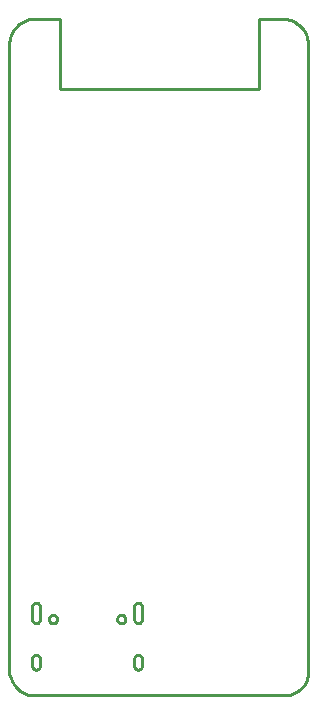
<source format=gbr>
G04 EAGLE Gerber RS-274X export*
G75*
%MOMM*%
%FSLAX34Y34*%
%LPD*%
%IN*%
%IPPOS*%
%AMOC8*
5,1,8,0,0,1.08239X$1,22.5*%
G01*
%ADD10C,0.254000*%


D10*
X-2000Y23000D02*
X-2013Y22851D01*
X-2091Y20925D01*
X-2000Y19000D01*
X-1742Y17090D01*
X-1318Y15210D01*
X-733Y13374D01*
X11Y11596D01*
X906Y9890D01*
X1947Y8268D01*
X3126Y6743D01*
X4433Y5327D01*
X5858Y4029D01*
X7391Y2861D01*
X9020Y1831D01*
X10732Y947D01*
X12515Y216D01*
X14355Y-357D01*
X16238Y-768D01*
X18149Y-1013D01*
X20075Y-1091D01*
X22000Y-1000D01*
X230000Y-1000D01*
X230753Y-1025D01*
X232503Y-974D01*
X234241Y-770D01*
X235955Y-416D01*
X237631Y86D01*
X239258Y733D01*
X240822Y1519D01*
X242311Y2438D01*
X243715Y3483D01*
X245022Y4647D01*
X246223Y5920D01*
X247308Y7293D01*
X248270Y8756D01*
X249100Y10296D01*
X249793Y11904D01*
X250343Y13565D01*
X250747Y15268D01*
X251000Y17000D01*
X251000Y547000D01*
X251007Y547060D01*
X251130Y549028D01*
X251082Y550998D01*
X250862Y552957D01*
X250472Y554889D01*
X249915Y556780D01*
X249196Y558615D01*
X248319Y560380D01*
X247292Y562063D01*
X246122Y563649D01*
X244818Y565127D01*
X243390Y566487D01*
X241850Y567716D01*
X240208Y568807D01*
X238477Y569750D01*
X236671Y570539D01*
X234803Y571167D01*
X232887Y571630D01*
X230938Y571925D01*
X228971Y572048D01*
X227000Y572000D01*
X209190Y572000D01*
X209190Y512000D01*
X40810Y512000D01*
X40810Y572000D01*
X22000Y572000D01*
X21026Y572046D01*
X19055Y572010D01*
X17095Y571802D01*
X15160Y571425D01*
X13266Y570880D01*
X11426Y570172D01*
X9655Y569307D01*
X7966Y568291D01*
X6373Y567131D01*
X4886Y565837D01*
X3518Y564418D01*
X2278Y562885D01*
X1177Y561250D01*
X223Y559525D01*
X-577Y557724D01*
X-1218Y555860D01*
X-1693Y553947D01*
X-2000Y552000D01*
X-2000Y23000D01*
X103950Y24000D02*
X103962Y23717D01*
X103999Y23436D01*
X104061Y23159D01*
X104146Y22888D01*
X104255Y22627D01*
X104385Y22375D01*
X104538Y22136D01*
X104710Y21911D01*
X104902Y21702D01*
X105111Y21510D01*
X105336Y21338D01*
X105575Y21185D01*
X105827Y21055D01*
X106088Y20946D01*
X106359Y20861D01*
X106636Y20799D01*
X106917Y20762D01*
X107200Y20750D01*
X107483Y20762D01*
X107764Y20799D01*
X108041Y20861D01*
X108312Y20946D01*
X108574Y21055D01*
X108825Y21185D01*
X109064Y21338D01*
X109289Y21510D01*
X109498Y21702D01*
X109690Y21911D01*
X109862Y22136D01*
X110015Y22375D01*
X110146Y22627D01*
X110254Y22888D01*
X110339Y23159D01*
X110401Y23436D01*
X110438Y23717D01*
X110450Y24000D01*
X110450Y30000D01*
X110438Y30283D01*
X110401Y30564D01*
X110339Y30841D01*
X110254Y31112D01*
X110146Y31374D01*
X110015Y31625D01*
X109862Y31864D01*
X109690Y32089D01*
X109498Y32298D01*
X109289Y32490D01*
X109064Y32662D01*
X108825Y32815D01*
X108574Y32946D01*
X108312Y33054D01*
X108041Y33139D01*
X107764Y33201D01*
X107483Y33238D01*
X107200Y33250D01*
X106917Y33238D01*
X106636Y33201D01*
X106359Y33139D01*
X106088Y33054D01*
X105827Y32946D01*
X105575Y32815D01*
X105336Y32662D01*
X105111Y32490D01*
X104902Y32298D01*
X104710Y32089D01*
X104538Y31864D01*
X104385Y31625D01*
X104255Y31374D01*
X104146Y31112D01*
X104061Y30841D01*
X103999Y30564D01*
X103962Y30283D01*
X103950Y30000D01*
X103950Y24000D01*
X17550Y24000D02*
X17562Y23717D01*
X17599Y23436D01*
X17661Y23159D01*
X17746Y22888D01*
X17855Y22627D01*
X17985Y22375D01*
X18138Y22136D01*
X18310Y21911D01*
X18502Y21702D01*
X18711Y21510D01*
X18936Y21338D01*
X19175Y21185D01*
X19427Y21055D01*
X19688Y20946D01*
X19959Y20861D01*
X20236Y20799D01*
X20517Y20762D01*
X20800Y20750D01*
X21083Y20762D01*
X21364Y20799D01*
X21641Y20861D01*
X21912Y20946D01*
X22174Y21055D01*
X22425Y21185D01*
X22664Y21338D01*
X22889Y21510D01*
X23098Y21702D01*
X23290Y21911D01*
X23462Y22136D01*
X23615Y22375D01*
X23746Y22627D01*
X23854Y22888D01*
X23939Y23159D01*
X24001Y23436D01*
X24038Y23717D01*
X24050Y24000D01*
X24050Y30000D01*
X24038Y30283D01*
X24001Y30564D01*
X23939Y30841D01*
X23854Y31112D01*
X23746Y31374D01*
X23615Y31625D01*
X23462Y31864D01*
X23290Y32089D01*
X23098Y32298D01*
X22889Y32490D01*
X22664Y32662D01*
X22425Y32815D01*
X22174Y32946D01*
X21912Y33054D01*
X21641Y33139D01*
X21364Y33201D01*
X21083Y33238D01*
X20800Y33250D01*
X20517Y33238D01*
X20236Y33201D01*
X19959Y33139D01*
X19688Y33054D01*
X19427Y32946D01*
X19175Y32815D01*
X18936Y32662D01*
X18711Y32490D01*
X18502Y32298D01*
X18310Y32089D01*
X18138Y31864D01*
X17985Y31625D01*
X17855Y31374D01*
X17746Y31112D01*
X17661Y30841D01*
X17599Y30564D01*
X17562Y30283D01*
X17550Y30000D01*
X17550Y24000D01*
X103950Y63300D02*
X103962Y63017D01*
X103999Y62736D01*
X104061Y62459D01*
X104146Y62188D01*
X104255Y61927D01*
X104385Y61675D01*
X104538Y61436D01*
X104710Y61211D01*
X104902Y61002D01*
X105111Y60810D01*
X105336Y60638D01*
X105575Y60485D01*
X105827Y60355D01*
X106088Y60246D01*
X106359Y60161D01*
X106636Y60099D01*
X106917Y60062D01*
X107200Y60050D01*
X107483Y60062D01*
X107764Y60099D01*
X108041Y60161D01*
X108312Y60246D01*
X108574Y60355D01*
X108825Y60485D01*
X109064Y60638D01*
X109289Y60810D01*
X109498Y61002D01*
X109690Y61211D01*
X109862Y61436D01*
X110015Y61675D01*
X110146Y61927D01*
X110254Y62188D01*
X110339Y62459D01*
X110401Y62736D01*
X110438Y63017D01*
X110450Y63300D01*
X110450Y74300D01*
X110438Y74583D01*
X110401Y74864D01*
X110339Y75141D01*
X110254Y75412D01*
X110146Y75674D01*
X110015Y75925D01*
X109862Y76164D01*
X109690Y76389D01*
X109498Y76598D01*
X109289Y76790D01*
X109064Y76962D01*
X108825Y77115D01*
X108574Y77246D01*
X108312Y77354D01*
X108041Y77439D01*
X107764Y77501D01*
X107483Y77538D01*
X107200Y77550D01*
X106917Y77538D01*
X106636Y77501D01*
X106359Y77439D01*
X106088Y77354D01*
X105827Y77246D01*
X105575Y77115D01*
X105336Y76962D01*
X105111Y76790D01*
X104902Y76598D01*
X104710Y76389D01*
X104538Y76164D01*
X104385Y75925D01*
X104255Y75674D01*
X104146Y75412D01*
X104061Y75141D01*
X103999Y74864D01*
X103962Y74583D01*
X103950Y74300D01*
X103950Y63300D01*
X17550Y63300D02*
X17562Y63017D01*
X17599Y62736D01*
X17661Y62459D01*
X17746Y62188D01*
X17855Y61927D01*
X17985Y61675D01*
X18138Y61436D01*
X18310Y61211D01*
X18502Y61002D01*
X18711Y60810D01*
X18936Y60638D01*
X19175Y60485D01*
X19427Y60355D01*
X19688Y60246D01*
X19959Y60161D01*
X20236Y60099D01*
X20517Y60062D01*
X20800Y60050D01*
X21083Y60062D01*
X21364Y60099D01*
X21641Y60161D01*
X21912Y60246D01*
X22174Y60355D01*
X22425Y60485D01*
X22664Y60638D01*
X22889Y60810D01*
X23098Y61002D01*
X23290Y61211D01*
X23462Y61436D01*
X23615Y61675D01*
X23746Y61927D01*
X23854Y62188D01*
X23939Y62459D01*
X24001Y62736D01*
X24038Y63017D01*
X24050Y63300D01*
X24050Y74300D01*
X24038Y74583D01*
X24001Y74864D01*
X23939Y75141D01*
X23854Y75412D01*
X23746Y75674D01*
X23615Y75925D01*
X23462Y76164D01*
X23290Y76389D01*
X23098Y76598D01*
X22889Y76790D01*
X22664Y76962D01*
X22425Y77115D01*
X22174Y77246D01*
X21912Y77354D01*
X21641Y77439D01*
X21364Y77501D01*
X21083Y77538D01*
X20800Y77550D01*
X20517Y77538D01*
X20236Y77501D01*
X19959Y77439D01*
X19688Y77354D01*
X19427Y77246D01*
X19175Y77115D01*
X18936Y76962D01*
X18711Y76790D01*
X18502Y76598D01*
X18310Y76389D01*
X18138Y76164D01*
X17985Y75925D01*
X17855Y75674D01*
X17746Y75412D01*
X17661Y75141D01*
X17599Y74864D01*
X17562Y74583D01*
X17550Y74300D01*
X17550Y63300D01*
X38600Y63271D02*
X38540Y62816D01*
X38421Y62373D01*
X38246Y61949D01*
X38016Y61551D01*
X37737Y61187D01*
X37413Y60863D01*
X37049Y60584D01*
X36651Y60354D01*
X36227Y60179D01*
X35784Y60060D01*
X35329Y60000D01*
X34871Y60000D01*
X34416Y60060D01*
X33973Y60179D01*
X33549Y60354D01*
X33151Y60584D01*
X32787Y60863D01*
X32463Y61187D01*
X32184Y61551D01*
X31954Y61949D01*
X31779Y62373D01*
X31660Y62816D01*
X31600Y63271D01*
X31600Y63729D01*
X31660Y64184D01*
X31779Y64627D01*
X31954Y65051D01*
X32184Y65449D01*
X32463Y65813D01*
X32787Y66137D01*
X33151Y66416D01*
X33549Y66646D01*
X33973Y66821D01*
X34416Y66940D01*
X34871Y67000D01*
X35329Y67000D01*
X35784Y66940D01*
X36227Y66821D01*
X36651Y66646D01*
X37049Y66416D01*
X37413Y66137D01*
X37737Y65813D01*
X38016Y65449D01*
X38246Y65051D01*
X38421Y64627D01*
X38540Y64184D01*
X38600Y63729D01*
X38600Y63271D01*
X96400Y63271D02*
X96340Y62816D01*
X96221Y62373D01*
X96046Y61949D01*
X95816Y61551D01*
X95537Y61187D01*
X95213Y60863D01*
X94849Y60584D01*
X94451Y60354D01*
X94027Y60179D01*
X93584Y60060D01*
X93129Y60000D01*
X92671Y60000D01*
X92216Y60060D01*
X91773Y60179D01*
X91349Y60354D01*
X90951Y60584D01*
X90587Y60863D01*
X90263Y61187D01*
X89984Y61551D01*
X89754Y61949D01*
X89579Y62373D01*
X89460Y62816D01*
X89400Y63271D01*
X89400Y63729D01*
X89460Y64184D01*
X89579Y64627D01*
X89754Y65051D01*
X89984Y65449D01*
X90263Y65813D01*
X90587Y66137D01*
X90951Y66416D01*
X91349Y66646D01*
X91773Y66821D01*
X92216Y66940D01*
X92671Y67000D01*
X93129Y67000D01*
X93584Y66940D01*
X94027Y66821D01*
X94451Y66646D01*
X94849Y66416D01*
X95213Y66137D01*
X95537Y65813D01*
X95816Y65449D01*
X96046Y65051D01*
X96221Y64627D01*
X96340Y64184D01*
X96400Y63729D01*
X96400Y63271D01*
M02*

</source>
